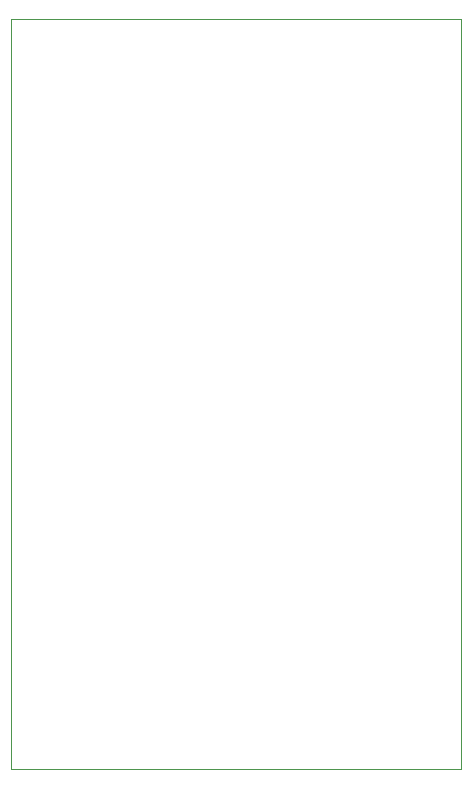
<source format=gbr>
%TF.GenerationSoftware,Altium Limited,Altium Designer,22.10.1 (41)*%
G04 Layer_Color=0*
%FSLAX26Y26*%
%MOIN*%
%TF.SameCoordinates,59CDB8F9-364B-4C5A-A8AF-F7A69B8E0267*%
%TF.FilePolarity,Positive*%
%TF.FileFunction,Profile,NP*%
%TF.Part,Single*%
G01*
G75*
%TA.AperFunction,Profile*%
%ADD60C,0.001000*%
D60*
X1500000D01*
Y2500000D01*
X0D01*
Y0D01*
%TF.MD5,911c9bbd3e6310bb3bc4f88152fe0ea8*%
M02*

</source>
